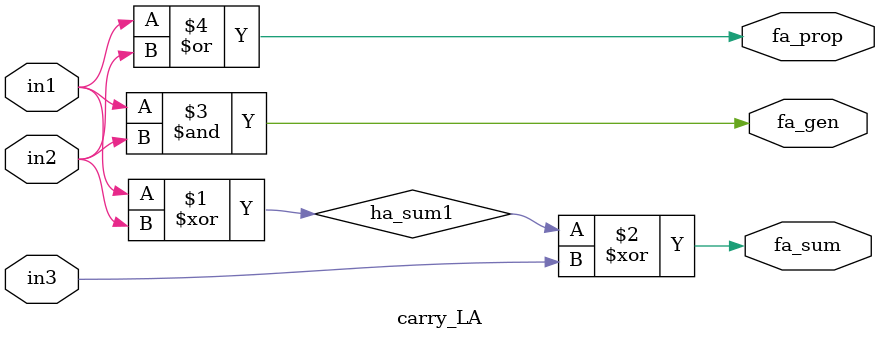
<source format=v>
`timescale 1ns / 1ps


module carry_LA(
    input in1,
    input in2,
    input in3,
    output fa_gen,
    output fa_prop,
    output fa_sum
    );
    wire ha_sum1,ha_sum2;
    
    xor #1 xor_gate1(ha_sum1,in1,in2);
    xor #1 xor_gate2(fa_sum,ha_sum1,in3);
    and #1 and_gate1(fa_gen,in1,in2);
    or  #1  or_gate1(fa_prop,in1,in2);
endmodule

</source>
